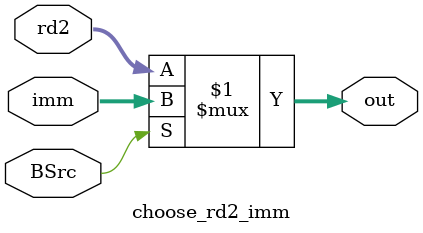
<source format=v>
module choose_rd2_imm (
	input [31:0] rd2,
	input [31:0] imm,
	input BSrc,

	output [31:0] out	

);

assign out = BSrc ? imm : rd2;

endmodule
</source>
